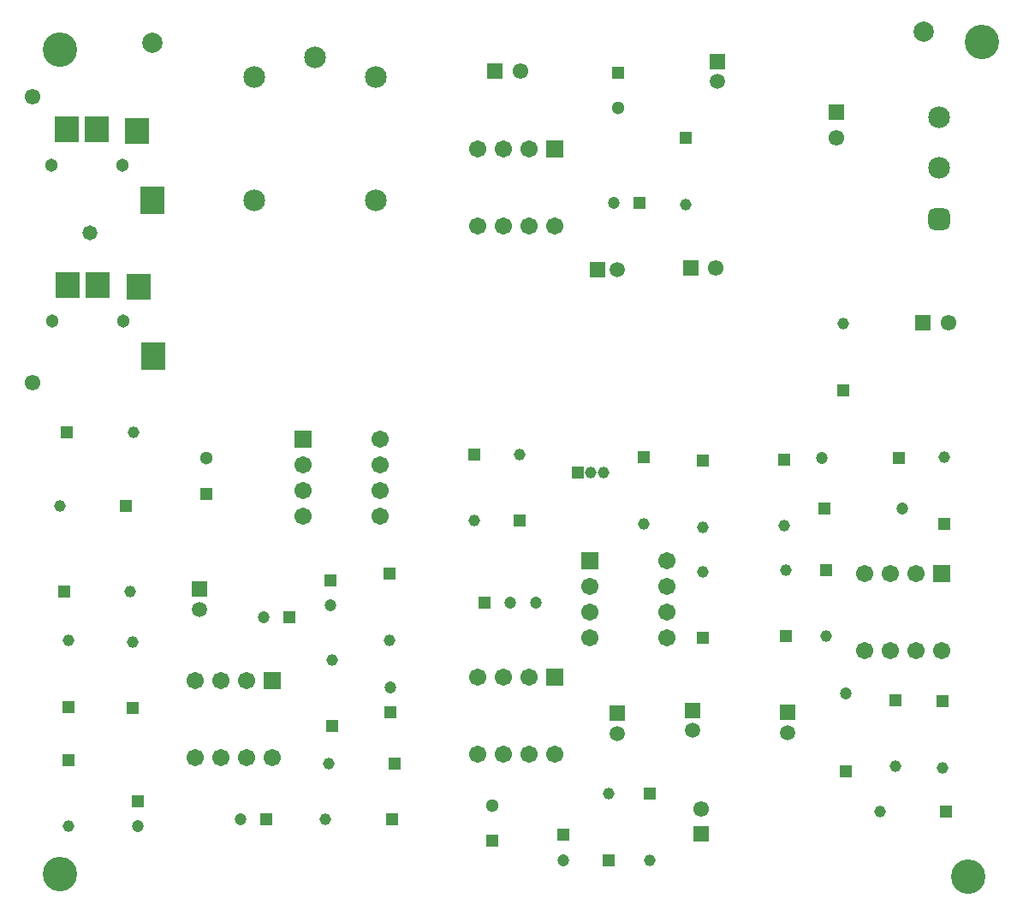
<source format=gts>
G04*
G04 #@! TF.GenerationSoftware,Altium Limited,Altium Designer,24.2.2 (26)*
G04*
G04 Layer_Color=8388736*
%FSLAX44Y44*%
%MOMM*%
G71*
G04*
G04 #@! TF.SameCoordinates,0EA0B31A-DED8-4D88-AA7A-5696349AFEB5*
G04*
G04*
G04 #@! TF.FilePolarity,Negative*
G04*
G01*
G75*
%ADD19R,2.4032X2.5032*%
%ADD20R,2.4032X2.7032*%
%ADD21C,1.5500*%
%ADD22C,1.5032*%
%ADD23R,1.5032X1.5032*%
%ADD24C,2.0000*%
%ADD25C,1.2000*%
%ADD26R,1.2000X1.2000*%
%ADD27C,1.3032*%
%ADD28C,1.1500*%
%ADD29R,1.1500X1.1500*%
%ADD30R,1.1500X1.1500*%
%ADD31C,1.7032*%
%ADD32R,1.5500X1.5500*%
%ADD33R,1.7032X1.7032*%
%ADD34R,1.2000X1.2000*%
%ADD35R,1.5500X1.5500*%
%ADD36R,1.5032X1.5032*%
%ADD37R,1.7032X1.7032*%
%ADD38C,3.4032*%
%ADD39C,1.3000*%
%ADD40R,1.3000X1.3000*%
%ADD41C,2.1532*%
G04:AMPARAMS|DCode=42|XSize=2.1532mm|YSize=2.1532mm|CornerRadius=0.5891mm|HoleSize=0mm|Usage=FLASHONLY|Rotation=90.000|XOffset=0mm|YOffset=0mm|HoleType=Round|Shape=RoundedRectangle|*
%AMROUNDEDRECTD42*
21,1,2.1532,0.9750,0,0,90.0*
21,1,0.9750,2.1532,0,0,90.0*
1,1,1.1782,0.4875,0.4875*
1,1,1.1782,0.4875,-0.4875*
1,1,1.1782,-0.4875,-0.4875*
1,1,1.1782,-0.4875,0.4875*
%
%ADD42ROUNDEDRECTD42*%
%ADD43C,1.4732*%
D19*
X55000Y-279500D02*
D03*
X85000D02*
D03*
X125000Y-281500D02*
D03*
X54000Y-125500D02*
D03*
X84000D02*
D03*
X124000Y-127500D02*
D03*
D20*
X140000Y-349500D02*
D03*
X139000Y-195500D02*
D03*
D21*
X20000Y-93000D02*
D03*
Y-376000D02*
D03*
X815000Y-134000D02*
D03*
X502793Y-67750D02*
D03*
X926000Y-317000D02*
D03*
X681750Y-797500D02*
D03*
X696000Y-263000D02*
D03*
D22*
X599000Y-264000D02*
D03*
X767000Y-722000D02*
D03*
X599000Y-723000D02*
D03*
X185420Y-600490D02*
D03*
X673000Y-720000D02*
D03*
X697793Y-78500D02*
D03*
D23*
X579000Y-264000D02*
D03*
D24*
X139000Y-40000D02*
D03*
X902000Y-29000D02*
D03*
D25*
X374000Y-677500D02*
D03*
X825000Y-683870D02*
D03*
X800870Y-451000D02*
D03*
X880130Y-501000D02*
D03*
X545000Y-848250D02*
D03*
X124460Y-814810D02*
D03*
X249320Y-608270D02*
D03*
X315000Y-596500D02*
D03*
X226060Y-808310D02*
D03*
X595500Y-198000D02*
D03*
X493000Y-594050D02*
D03*
X518400D02*
D03*
D26*
X374000Y-702500D02*
D03*
X467600Y-594050D02*
D03*
X124460Y-789810D02*
D03*
X825000Y-760130D02*
D03*
X545000Y-823250D02*
D03*
X315000Y-571500D02*
D03*
D27*
X40000Y-315000D02*
D03*
X110000D02*
D03*
X39000Y-161000D02*
D03*
X109000D02*
D03*
D28*
X120000Y-425000D02*
D03*
X765000Y-561200D02*
D03*
X47200Y-498000D02*
D03*
X117230Y-582870D02*
D03*
X822000Y-318000D02*
D03*
X858200Y-800000D02*
D03*
X920000Y-756800D02*
D03*
X683000Y-563200D02*
D03*
Y-518800D02*
D03*
X625000Y-515800D02*
D03*
X572000Y-464650D02*
D03*
X584700D02*
D03*
X874000Y-755800D02*
D03*
X457000Y-512800D02*
D03*
X805000Y-626800D02*
D03*
X590000Y-782900D02*
D03*
X502000Y-447200D02*
D03*
X313000Y-753000D02*
D03*
X310200Y-808000D02*
D03*
X373000Y-630800D02*
D03*
X55880Y-631350D02*
D03*
X631000Y-848500D02*
D03*
X666000Y-199800D02*
D03*
X764000Y-517800D02*
D03*
X922000Y-450200D02*
D03*
X55880Y-815060D02*
D03*
X119380Y-632620D02*
D03*
X317000Y-650200D02*
D03*
D29*
X54400Y-425000D02*
D03*
X559300Y-464650D02*
D03*
X923800Y-800000D02*
D03*
X378600Y-753000D02*
D03*
X375800Y-808000D02*
D03*
X112800Y-498000D02*
D03*
X51630Y-582870D02*
D03*
D30*
X822000Y-383600D02*
D03*
X666000Y-134200D02*
D03*
X683000Y-628800D02*
D03*
X631000Y-782900D02*
D03*
X590000Y-848500D02*
D03*
X373000Y-565200D02*
D03*
X920000Y-691200D02*
D03*
X683000Y-453200D02*
D03*
X625000Y-450200D02*
D03*
X765000Y-626800D02*
D03*
X874000Y-690200D02*
D03*
X457000Y-447200D02*
D03*
X805000Y-561200D02*
D03*
X502000Y-512800D02*
D03*
X55880Y-696950D02*
D03*
X764000Y-452200D02*
D03*
X922000Y-515800D02*
D03*
X55880Y-749460D02*
D03*
X119380Y-698220D02*
D03*
X317000Y-715800D02*
D03*
D31*
X868300Y-564900D02*
D03*
X511700Y-144900D02*
D03*
X842900Y-641100D02*
D03*
X571900Y-628100D02*
D03*
X460900Y-144900D02*
D03*
X511000Y-667800D02*
D03*
X460200D02*
D03*
X180900Y-670900D02*
D03*
X648100Y-628100D02*
D03*
Y-602700D02*
D03*
Y-577300D02*
D03*
Y-551900D02*
D03*
X571900Y-602700D02*
D03*
Y-577300D02*
D03*
X893700Y-564900D02*
D03*
X842900D02*
D03*
X919100Y-641100D02*
D03*
X893700D02*
D03*
X868300D02*
D03*
X364000Y-508000D02*
D03*
Y-482600D02*
D03*
Y-457200D02*
D03*
Y-431800D02*
D03*
X287800Y-508000D02*
D03*
Y-482600D02*
D03*
Y-457200D02*
D03*
X460200Y-744000D02*
D03*
X485600D02*
D03*
X511000D02*
D03*
X536400D02*
D03*
X485600Y-667800D02*
D03*
X460900Y-221100D02*
D03*
X486300D02*
D03*
X511700D02*
D03*
X537100D02*
D03*
X486300Y-144900D02*
D03*
X180900Y-747100D02*
D03*
X206300D02*
D03*
X231700D02*
D03*
X257100D02*
D03*
X206300Y-670900D02*
D03*
X231700D02*
D03*
D32*
X901000Y-317000D02*
D03*
X477793Y-67750D02*
D03*
X671000Y-263000D02*
D03*
D33*
X571900Y-551900D02*
D03*
X287800Y-431800D02*
D03*
D34*
X877130Y-451000D02*
D03*
X803870Y-501000D02*
D03*
X274320Y-608270D02*
D03*
X251060Y-808310D02*
D03*
X620500Y-198000D02*
D03*
D35*
X681750Y-822500D02*
D03*
X815000Y-109000D02*
D03*
D36*
X673000Y-700000D02*
D03*
X767000Y-702000D02*
D03*
X697793Y-58500D02*
D03*
X599000Y-703000D02*
D03*
X185420Y-580490D02*
D03*
D37*
X919100Y-564900D02*
D03*
X536400Y-667800D02*
D03*
X537100Y-144900D02*
D03*
X257100Y-670900D02*
D03*
D38*
X47000Y-862000D02*
D03*
Y-47000D02*
D03*
X959000Y-39000D02*
D03*
X946000Y-865000D02*
D03*
D39*
X475000Y-794250D02*
D03*
X599793Y-104250D02*
D03*
X192000Y-451000D02*
D03*
D40*
X475000Y-829250D02*
D03*
X599793Y-69250D02*
D03*
X192000Y-486000D02*
D03*
D41*
X917000Y-114000D02*
D03*
Y-164000D02*
D03*
X300000Y-54000D02*
D03*
X240000Y-74000D02*
D03*
Y-196000D02*
D03*
X360000D02*
D03*
Y-74000D02*
D03*
D42*
X917000Y-214000D02*
D03*
D43*
X77000Y-228000D02*
D03*
M02*

</source>
